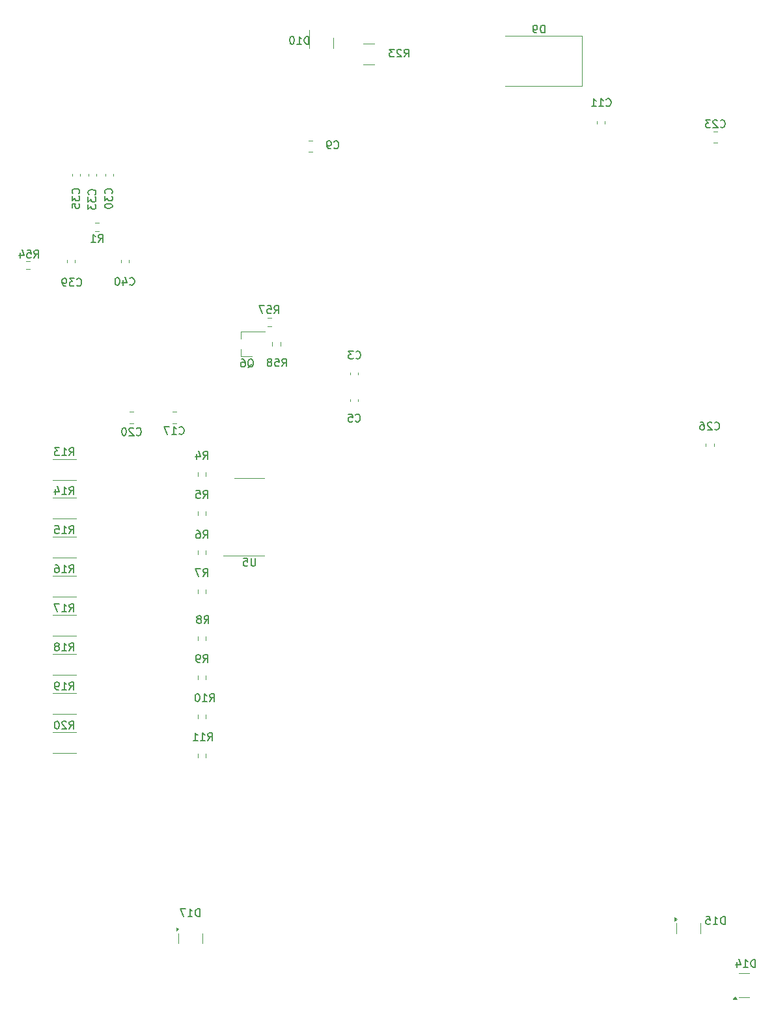
<source format=gbr>
%TF.GenerationSoftware,KiCad,Pcbnew,8.0.1*%
%TF.CreationDate,2024-04-11T20:56:08+03:00*%
%TF.ProjectId,stm32,73746d33-322e-46b6-9963-61645f706362,rev?*%
%TF.SameCoordinates,Original*%
%TF.FileFunction,Legend,Bot*%
%TF.FilePolarity,Positive*%
%FSLAX46Y46*%
G04 Gerber Fmt 4.6, Leading zero omitted, Abs format (unit mm)*
G04 Created by KiCad (PCBNEW 8.0.1) date 2024-04-11 20:56:08*
%MOMM*%
%LPD*%
G01*
G04 APERTURE LIST*
%ADD10C,0.150000*%
%ADD11C,0.120000*%
G04 APERTURE END LIST*
D10*
X94622857Y-38205580D02*
X94670476Y-38253200D01*
X94670476Y-38253200D02*
X94813333Y-38300819D01*
X94813333Y-38300819D02*
X94908571Y-38300819D01*
X94908571Y-38300819D02*
X95051428Y-38253200D01*
X95051428Y-38253200D02*
X95146666Y-38157961D01*
X95146666Y-38157961D02*
X95194285Y-38062723D01*
X95194285Y-38062723D02*
X95241904Y-37872247D01*
X95241904Y-37872247D02*
X95241904Y-37729390D01*
X95241904Y-37729390D02*
X95194285Y-37538914D01*
X95194285Y-37538914D02*
X95146666Y-37443676D01*
X95146666Y-37443676D02*
X95051428Y-37348438D01*
X95051428Y-37348438D02*
X94908571Y-37300819D01*
X94908571Y-37300819D02*
X94813333Y-37300819D01*
X94813333Y-37300819D02*
X94670476Y-37348438D01*
X94670476Y-37348438D02*
X94622857Y-37396057D01*
X93670476Y-38300819D02*
X94241904Y-38300819D01*
X93956190Y-38300819D02*
X93956190Y-37300819D01*
X93956190Y-37300819D02*
X94051428Y-37443676D01*
X94051428Y-37443676D02*
X94146666Y-37538914D01*
X94146666Y-37538914D02*
X94241904Y-37586533D01*
X92718095Y-38300819D02*
X93289523Y-38300819D01*
X93003809Y-38300819D02*
X93003809Y-37300819D01*
X93003809Y-37300819D02*
X93099047Y-37443676D01*
X93099047Y-37443676D02*
X93194285Y-37538914D01*
X93194285Y-37538914D02*
X93289523Y-37586533D01*
X42203666Y-94434819D02*
X42536999Y-93958628D01*
X42775094Y-94434819D02*
X42775094Y-93434819D01*
X42775094Y-93434819D02*
X42394142Y-93434819D01*
X42394142Y-93434819D02*
X42298904Y-93482438D01*
X42298904Y-93482438D02*
X42251285Y-93530057D01*
X42251285Y-93530057D02*
X42203666Y-93625295D01*
X42203666Y-93625295D02*
X42203666Y-93768152D01*
X42203666Y-93768152D02*
X42251285Y-93863390D01*
X42251285Y-93863390D02*
X42298904Y-93911009D01*
X42298904Y-93911009D02*
X42394142Y-93958628D01*
X42394142Y-93958628D02*
X42775094Y-93958628D01*
X41346523Y-93434819D02*
X41536999Y-93434819D01*
X41536999Y-93434819D02*
X41632237Y-93482438D01*
X41632237Y-93482438D02*
X41679856Y-93530057D01*
X41679856Y-93530057D02*
X41775094Y-93672914D01*
X41775094Y-93672914D02*
X41822713Y-93863390D01*
X41822713Y-93863390D02*
X41822713Y-94244342D01*
X41822713Y-94244342D02*
X41775094Y-94339580D01*
X41775094Y-94339580D02*
X41727475Y-94387200D01*
X41727475Y-94387200D02*
X41632237Y-94434819D01*
X41632237Y-94434819D02*
X41441761Y-94434819D01*
X41441761Y-94434819D02*
X41346523Y-94387200D01*
X41346523Y-94387200D02*
X41298904Y-94339580D01*
X41298904Y-94339580D02*
X41251285Y-94244342D01*
X41251285Y-94244342D02*
X41251285Y-94006247D01*
X41251285Y-94006247D02*
X41298904Y-93911009D01*
X41298904Y-93911009D02*
X41346523Y-93863390D01*
X41346523Y-93863390D02*
X41441761Y-93815771D01*
X41441761Y-93815771D02*
X41632237Y-93815771D01*
X41632237Y-93815771D02*
X41727475Y-93863390D01*
X41727475Y-93863390D02*
X41775094Y-93911009D01*
X41775094Y-93911009D02*
X41822713Y-94006247D01*
X20200857Y-57985819D02*
X20534190Y-57509628D01*
X20772285Y-57985819D02*
X20772285Y-56985819D01*
X20772285Y-56985819D02*
X20391333Y-56985819D01*
X20391333Y-56985819D02*
X20296095Y-57033438D01*
X20296095Y-57033438D02*
X20248476Y-57081057D01*
X20248476Y-57081057D02*
X20200857Y-57176295D01*
X20200857Y-57176295D02*
X20200857Y-57319152D01*
X20200857Y-57319152D02*
X20248476Y-57414390D01*
X20248476Y-57414390D02*
X20296095Y-57462009D01*
X20296095Y-57462009D02*
X20391333Y-57509628D01*
X20391333Y-57509628D02*
X20772285Y-57509628D01*
X19296095Y-56985819D02*
X19772285Y-56985819D01*
X19772285Y-56985819D02*
X19819904Y-57462009D01*
X19819904Y-57462009D02*
X19772285Y-57414390D01*
X19772285Y-57414390D02*
X19677047Y-57366771D01*
X19677047Y-57366771D02*
X19438952Y-57366771D01*
X19438952Y-57366771D02*
X19343714Y-57414390D01*
X19343714Y-57414390D02*
X19296095Y-57462009D01*
X19296095Y-57462009D02*
X19248476Y-57557247D01*
X19248476Y-57557247D02*
X19248476Y-57795342D01*
X19248476Y-57795342D02*
X19296095Y-57890580D01*
X19296095Y-57890580D02*
X19343714Y-57938200D01*
X19343714Y-57938200D02*
X19438952Y-57985819D01*
X19438952Y-57985819D02*
X19677047Y-57985819D01*
X19677047Y-57985819D02*
X19772285Y-57938200D01*
X19772285Y-57938200D02*
X19819904Y-57890580D01*
X18391333Y-57319152D02*
X18391333Y-57985819D01*
X18629428Y-56938200D02*
X18867523Y-57652485D01*
X18867523Y-57652485D02*
X18248476Y-57652485D01*
X68335057Y-31874619D02*
X68668390Y-31398428D01*
X68906485Y-31874619D02*
X68906485Y-30874619D01*
X68906485Y-30874619D02*
X68525533Y-30874619D01*
X68525533Y-30874619D02*
X68430295Y-30922238D01*
X68430295Y-30922238D02*
X68382676Y-30969857D01*
X68382676Y-30969857D02*
X68335057Y-31065095D01*
X68335057Y-31065095D02*
X68335057Y-31207952D01*
X68335057Y-31207952D02*
X68382676Y-31303190D01*
X68382676Y-31303190D02*
X68430295Y-31350809D01*
X68430295Y-31350809D02*
X68525533Y-31398428D01*
X68525533Y-31398428D02*
X68906485Y-31398428D01*
X67954104Y-30969857D02*
X67906485Y-30922238D01*
X67906485Y-30922238D02*
X67811247Y-30874619D01*
X67811247Y-30874619D02*
X67573152Y-30874619D01*
X67573152Y-30874619D02*
X67477914Y-30922238D01*
X67477914Y-30922238D02*
X67430295Y-30969857D01*
X67430295Y-30969857D02*
X67382676Y-31065095D01*
X67382676Y-31065095D02*
X67382676Y-31160333D01*
X67382676Y-31160333D02*
X67430295Y-31303190D01*
X67430295Y-31303190D02*
X68001723Y-31874619D01*
X68001723Y-31874619D02*
X67382676Y-31874619D01*
X67049342Y-30874619D02*
X66430295Y-30874619D01*
X66430295Y-30874619D02*
X66763628Y-31255571D01*
X66763628Y-31255571D02*
X66620771Y-31255571D01*
X66620771Y-31255571D02*
X66525533Y-31303190D01*
X66525533Y-31303190D02*
X66477914Y-31350809D01*
X66477914Y-31350809D02*
X66430295Y-31446047D01*
X66430295Y-31446047D02*
X66430295Y-31684142D01*
X66430295Y-31684142D02*
X66477914Y-31779380D01*
X66477914Y-31779380D02*
X66525533Y-31827000D01*
X66525533Y-31827000D02*
X66620771Y-31874619D01*
X66620771Y-31874619D02*
X66906485Y-31874619D01*
X66906485Y-31874619D02*
X67001723Y-31827000D01*
X67001723Y-31827000D02*
X67049342Y-31779380D01*
X26040080Y-49622642D02*
X26087700Y-49575023D01*
X26087700Y-49575023D02*
X26135319Y-49432166D01*
X26135319Y-49432166D02*
X26135319Y-49336928D01*
X26135319Y-49336928D02*
X26087700Y-49194071D01*
X26087700Y-49194071D02*
X25992461Y-49098833D01*
X25992461Y-49098833D02*
X25897223Y-49051214D01*
X25897223Y-49051214D02*
X25706747Y-49003595D01*
X25706747Y-49003595D02*
X25563890Y-49003595D01*
X25563890Y-49003595D02*
X25373414Y-49051214D01*
X25373414Y-49051214D02*
X25278176Y-49098833D01*
X25278176Y-49098833D02*
X25182938Y-49194071D01*
X25182938Y-49194071D02*
X25135319Y-49336928D01*
X25135319Y-49336928D02*
X25135319Y-49432166D01*
X25135319Y-49432166D02*
X25182938Y-49575023D01*
X25182938Y-49575023D02*
X25230557Y-49622642D01*
X25135319Y-49955976D02*
X25135319Y-50575023D01*
X25135319Y-50575023D02*
X25516271Y-50241690D01*
X25516271Y-50241690D02*
X25516271Y-50384547D01*
X25516271Y-50384547D02*
X25563890Y-50479785D01*
X25563890Y-50479785D02*
X25611509Y-50527404D01*
X25611509Y-50527404D02*
X25706747Y-50575023D01*
X25706747Y-50575023D02*
X25944842Y-50575023D01*
X25944842Y-50575023D02*
X26040080Y-50527404D01*
X26040080Y-50527404D02*
X26087700Y-50479785D01*
X26087700Y-50479785D02*
X26135319Y-50384547D01*
X26135319Y-50384547D02*
X26135319Y-50098833D01*
X26135319Y-50098833D02*
X26087700Y-50003595D01*
X26087700Y-50003595D02*
X26040080Y-49955976D01*
X25135319Y-51479785D02*
X25135319Y-51003595D01*
X25135319Y-51003595D02*
X25611509Y-50955976D01*
X25611509Y-50955976D02*
X25563890Y-51003595D01*
X25563890Y-51003595D02*
X25516271Y-51098833D01*
X25516271Y-51098833D02*
X25516271Y-51336928D01*
X25516271Y-51336928D02*
X25563890Y-51432166D01*
X25563890Y-51432166D02*
X25611509Y-51479785D01*
X25611509Y-51479785D02*
X25706747Y-51527404D01*
X25706747Y-51527404D02*
X25944842Y-51527404D01*
X25944842Y-51527404D02*
X26040080Y-51479785D01*
X26040080Y-51479785D02*
X26087700Y-51432166D01*
X26087700Y-51432166D02*
X26135319Y-51336928D01*
X26135319Y-51336928D02*
X26135319Y-51098833D01*
X26135319Y-51098833D02*
X26087700Y-51003595D01*
X26087700Y-51003595D02*
X26040080Y-50955976D01*
X33514357Y-80983080D02*
X33561976Y-81030700D01*
X33561976Y-81030700D02*
X33704833Y-81078319D01*
X33704833Y-81078319D02*
X33800071Y-81078319D01*
X33800071Y-81078319D02*
X33942928Y-81030700D01*
X33942928Y-81030700D02*
X34038166Y-80935461D01*
X34038166Y-80935461D02*
X34085785Y-80840223D01*
X34085785Y-80840223D02*
X34133404Y-80649747D01*
X34133404Y-80649747D02*
X34133404Y-80506890D01*
X34133404Y-80506890D02*
X34085785Y-80316414D01*
X34085785Y-80316414D02*
X34038166Y-80221176D01*
X34038166Y-80221176D02*
X33942928Y-80125938D01*
X33942928Y-80125938D02*
X33800071Y-80078319D01*
X33800071Y-80078319D02*
X33704833Y-80078319D01*
X33704833Y-80078319D02*
X33561976Y-80125938D01*
X33561976Y-80125938D02*
X33514357Y-80173557D01*
X33133404Y-80173557D02*
X33085785Y-80125938D01*
X33085785Y-80125938D02*
X32990547Y-80078319D01*
X32990547Y-80078319D02*
X32752452Y-80078319D01*
X32752452Y-80078319D02*
X32657214Y-80125938D01*
X32657214Y-80125938D02*
X32609595Y-80173557D01*
X32609595Y-80173557D02*
X32561976Y-80268795D01*
X32561976Y-80268795D02*
X32561976Y-80364033D01*
X32561976Y-80364033D02*
X32609595Y-80506890D01*
X32609595Y-80506890D02*
X33181023Y-81078319D01*
X33181023Y-81078319D02*
X32561976Y-81078319D01*
X31942928Y-80078319D02*
X31847690Y-80078319D01*
X31847690Y-80078319D02*
X31752452Y-80125938D01*
X31752452Y-80125938D02*
X31704833Y-80173557D01*
X31704833Y-80173557D02*
X31657214Y-80268795D01*
X31657214Y-80268795D02*
X31609595Y-80459271D01*
X31609595Y-80459271D02*
X31609595Y-80697366D01*
X31609595Y-80697366D02*
X31657214Y-80887842D01*
X31657214Y-80887842D02*
X31704833Y-80983080D01*
X31704833Y-80983080D02*
X31752452Y-81030700D01*
X31752452Y-81030700D02*
X31847690Y-81078319D01*
X31847690Y-81078319D02*
X31942928Y-81078319D01*
X31942928Y-81078319D02*
X32038166Y-81030700D01*
X32038166Y-81030700D02*
X32085785Y-80983080D01*
X32085785Y-80983080D02*
X32133404Y-80887842D01*
X32133404Y-80887842D02*
X32181023Y-80697366D01*
X32181023Y-80697366D02*
X32181023Y-80459271D01*
X32181023Y-80459271D02*
X32133404Y-80268795D01*
X32133404Y-80268795D02*
X32085785Y-80173557D01*
X32085785Y-80173557D02*
X32038166Y-80125938D01*
X32038166Y-80125938D02*
X31942928Y-80078319D01*
X42203666Y-89227819D02*
X42536999Y-88751628D01*
X42775094Y-89227819D02*
X42775094Y-88227819D01*
X42775094Y-88227819D02*
X42394142Y-88227819D01*
X42394142Y-88227819D02*
X42298904Y-88275438D01*
X42298904Y-88275438D02*
X42251285Y-88323057D01*
X42251285Y-88323057D02*
X42203666Y-88418295D01*
X42203666Y-88418295D02*
X42203666Y-88561152D01*
X42203666Y-88561152D02*
X42251285Y-88656390D01*
X42251285Y-88656390D02*
X42298904Y-88704009D01*
X42298904Y-88704009D02*
X42394142Y-88751628D01*
X42394142Y-88751628D02*
X42775094Y-88751628D01*
X41298904Y-88227819D02*
X41775094Y-88227819D01*
X41775094Y-88227819D02*
X41822713Y-88704009D01*
X41822713Y-88704009D02*
X41775094Y-88656390D01*
X41775094Y-88656390D02*
X41679856Y-88608771D01*
X41679856Y-88608771D02*
X41441761Y-88608771D01*
X41441761Y-88608771D02*
X41346523Y-88656390D01*
X41346523Y-88656390D02*
X41298904Y-88704009D01*
X41298904Y-88704009D02*
X41251285Y-88799247D01*
X41251285Y-88799247D02*
X41251285Y-89037342D01*
X41251285Y-89037342D02*
X41298904Y-89132580D01*
X41298904Y-89132580D02*
X41346523Y-89180200D01*
X41346523Y-89180200D02*
X41441761Y-89227819D01*
X41441761Y-89227819D02*
X41679856Y-89227819D01*
X41679856Y-89227819D02*
X41775094Y-89180200D01*
X41775094Y-89180200D02*
X41822713Y-89132580D01*
X24785857Y-83677819D02*
X25119190Y-83201628D01*
X25357285Y-83677819D02*
X25357285Y-82677819D01*
X25357285Y-82677819D02*
X24976333Y-82677819D01*
X24976333Y-82677819D02*
X24881095Y-82725438D01*
X24881095Y-82725438D02*
X24833476Y-82773057D01*
X24833476Y-82773057D02*
X24785857Y-82868295D01*
X24785857Y-82868295D02*
X24785857Y-83011152D01*
X24785857Y-83011152D02*
X24833476Y-83106390D01*
X24833476Y-83106390D02*
X24881095Y-83154009D01*
X24881095Y-83154009D02*
X24976333Y-83201628D01*
X24976333Y-83201628D02*
X25357285Y-83201628D01*
X23833476Y-83677819D02*
X24404904Y-83677819D01*
X24119190Y-83677819D02*
X24119190Y-82677819D01*
X24119190Y-82677819D02*
X24214428Y-82820676D01*
X24214428Y-82820676D02*
X24309666Y-82915914D01*
X24309666Y-82915914D02*
X24404904Y-82963533D01*
X23500142Y-82677819D02*
X22881095Y-82677819D01*
X22881095Y-82677819D02*
X23214428Y-83058771D01*
X23214428Y-83058771D02*
X23071571Y-83058771D01*
X23071571Y-83058771D02*
X22976333Y-83106390D01*
X22976333Y-83106390D02*
X22928714Y-83154009D01*
X22928714Y-83154009D02*
X22881095Y-83249247D01*
X22881095Y-83249247D02*
X22881095Y-83487342D01*
X22881095Y-83487342D02*
X22928714Y-83582580D01*
X22928714Y-83582580D02*
X22976333Y-83630200D01*
X22976333Y-83630200D02*
X23071571Y-83677819D01*
X23071571Y-83677819D02*
X23357285Y-83677819D01*
X23357285Y-83677819D02*
X23452523Y-83630200D01*
X23452523Y-83630200D02*
X23500142Y-83582580D01*
X42203666Y-84147819D02*
X42536999Y-83671628D01*
X42775094Y-84147819D02*
X42775094Y-83147819D01*
X42775094Y-83147819D02*
X42394142Y-83147819D01*
X42394142Y-83147819D02*
X42298904Y-83195438D01*
X42298904Y-83195438D02*
X42251285Y-83243057D01*
X42251285Y-83243057D02*
X42203666Y-83338295D01*
X42203666Y-83338295D02*
X42203666Y-83481152D01*
X42203666Y-83481152D02*
X42251285Y-83576390D01*
X42251285Y-83576390D02*
X42298904Y-83624009D01*
X42298904Y-83624009D02*
X42394142Y-83671628D01*
X42394142Y-83671628D02*
X42775094Y-83671628D01*
X41346523Y-83481152D02*
X41346523Y-84147819D01*
X41584618Y-83100200D02*
X41822713Y-83814485D01*
X41822713Y-83814485D02*
X41203666Y-83814485D01*
X24785857Y-109045819D02*
X25119190Y-108569628D01*
X25357285Y-109045819D02*
X25357285Y-108045819D01*
X25357285Y-108045819D02*
X24976333Y-108045819D01*
X24976333Y-108045819D02*
X24881095Y-108093438D01*
X24881095Y-108093438D02*
X24833476Y-108141057D01*
X24833476Y-108141057D02*
X24785857Y-108236295D01*
X24785857Y-108236295D02*
X24785857Y-108379152D01*
X24785857Y-108379152D02*
X24833476Y-108474390D01*
X24833476Y-108474390D02*
X24881095Y-108522009D01*
X24881095Y-108522009D02*
X24976333Y-108569628D01*
X24976333Y-108569628D02*
X25357285Y-108569628D01*
X23833476Y-109045819D02*
X24404904Y-109045819D01*
X24119190Y-109045819D02*
X24119190Y-108045819D01*
X24119190Y-108045819D02*
X24214428Y-108188676D01*
X24214428Y-108188676D02*
X24309666Y-108283914D01*
X24309666Y-108283914D02*
X24404904Y-108331533D01*
X23262047Y-108474390D02*
X23357285Y-108426771D01*
X23357285Y-108426771D02*
X23404904Y-108379152D01*
X23404904Y-108379152D02*
X23452523Y-108283914D01*
X23452523Y-108283914D02*
X23452523Y-108236295D01*
X23452523Y-108236295D02*
X23404904Y-108141057D01*
X23404904Y-108141057D02*
X23357285Y-108093438D01*
X23357285Y-108093438D02*
X23262047Y-108045819D01*
X23262047Y-108045819D02*
X23071571Y-108045819D01*
X23071571Y-108045819D02*
X22976333Y-108093438D01*
X22976333Y-108093438D02*
X22928714Y-108141057D01*
X22928714Y-108141057D02*
X22881095Y-108236295D01*
X22881095Y-108236295D02*
X22881095Y-108283914D01*
X22881095Y-108283914D02*
X22928714Y-108379152D01*
X22928714Y-108379152D02*
X22976333Y-108426771D01*
X22976333Y-108426771D02*
X23071571Y-108474390D01*
X23071571Y-108474390D02*
X23262047Y-108474390D01*
X23262047Y-108474390D02*
X23357285Y-108522009D01*
X23357285Y-108522009D02*
X23404904Y-108569628D01*
X23404904Y-108569628D02*
X23452523Y-108664866D01*
X23452523Y-108664866D02*
X23452523Y-108855342D01*
X23452523Y-108855342D02*
X23404904Y-108950580D01*
X23404904Y-108950580D02*
X23357285Y-108998200D01*
X23357285Y-108998200D02*
X23262047Y-109045819D01*
X23262047Y-109045819D02*
X23071571Y-109045819D01*
X23071571Y-109045819D02*
X22976333Y-108998200D01*
X22976333Y-108998200D02*
X22928714Y-108950580D01*
X22928714Y-108950580D02*
X22881095Y-108855342D01*
X22881095Y-108855342D02*
X22881095Y-108664866D01*
X22881095Y-108664866D02*
X22928714Y-108569628D01*
X22928714Y-108569628D02*
X22976333Y-108522009D01*
X22976333Y-108522009D02*
X23071571Y-108474390D01*
X30305080Y-49622642D02*
X30352700Y-49575023D01*
X30352700Y-49575023D02*
X30400319Y-49432166D01*
X30400319Y-49432166D02*
X30400319Y-49336928D01*
X30400319Y-49336928D02*
X30352700Y-49194071D01*
X30352700Y-49194071D02*
X30257461Y-49098833D01*
X30257461Y-49098833D02*
X30162223Y-49051214D01*
X30162223Y-49051214D02*
X29971747Y-49003595D01*
X29971747Y-49003595D02*
X29828890Y-49003595D01*
X29828890Y-49003595D02*
X29638414Y-49051214D01*
X29638414Y-49051214D02*
X29543176Y-49098833D01*
X29543176Y-49098833D02*
X29447938Y-49194071D01*
X29447938Y-49194071D02*
X29400319Y-49336928D01*
X29400319Y-49336928D02*
X29400319Y-49432166D01*
X29400319Y-49432166D02*
X29447938Y-49575023D01*
X29447938Y-49575023D02*
X29495557Y-49622642D01*
X29400319Y-49955976D02*
X29400319Y-50575023D01*
X29400319Y-50575023D02*
X29781271Y-50241690D01*
X29781271Y-50241690D02*
X29781271Y-50384547D01*
X29781271Y-50384547D02*
X29828890Y-50479785D01*
X29828890Y-50479785D02*
X29876509Y-50527404D01*
X29876509Y-50527404D02*
X29971747Y-50575023D01*
X29971747Y-50575023D02*
X30209842Y-50575023D01*
X30209842Y-50575023D02*
X30305080Y-50527404D01*
X30305080Y-50527404D02*
X30352700Y-50479785D01*
X30352700Y-50479785D02*
X30400319Y-50384547D01*
X30400319Y-50384547D02*
X30400319Y-50098833D01*
X30400319Y-50098833D02*
X30352700Y-50003595D01*
X30352700Y-50003595D02*
X30305080Y-49955976D01*
X29400319Y-51194071D02*
X29400319Y-51289309D01*
X29400319Y-51289309D02*
X29447938Y-51384547D01*
X29447938Y-51384547D02*
X29495557Y-51432166D01*
X29495557Y-51432166D02*
X29590795Y-51479785D01*
X29590795Y-51479785D02*
X29781271Y-51527404D01*
X29781271Y-51527404D02*
X30019366Y-51527404D01*
X30019366Y-51527404D02*
X30209842Y-51479785D01*
X30209842Y-51479785D02*
X30305080Y-51432166D01*
X30305080Y-51432166D02*
X30352700Y-51384547D01*
X30352700Y-51384547D02*
X30400319Y-51289309D01*
X30400319Y-51289309D02*
X30400319Y-51194071D01*
X30400319Y-51194071D02*
X30352700Y-51098833D01*
X30352700Y-51098833D02*
X30305080Y-51051214D01*
X30305080Y-51051214D02*
X30209842Y-51003595D01*
X30209842Y-51003595D02*
X30019366Y-50955976D01*
X30019366Y-50955976D02*
X29781271Y-50955976D01*
X29781271Y-50955976D02*
X29590795Y-51003595D01*
X29590795Y-51003595D02*
X29495557Y-51051214D01*
X29495557Y-51051214D02*
X29447938Y-51098833D01*
X29447938Y-51098833D02*
X29400319Y-51194071D01*
X24785857Y-88725819D02*
X25119190Y-88249628D01*
X25357285Y-88725819D02*
X25357285Y-87725819D01*
X25357285Y-87725819D02*
X24976333Y-87725819D01*
X24976333Y-87725819D02*
X24881095Y-87773438D01*
X24881095Y-87773438D02*
X24833476Y-87821057D01*
X24833476Y-87821057D02*
X24785857Y-87916295D01*
X24785857Y-87916295D02*
X24785857Y-88059152D01*
X24785857Y-88059152D02*
X24833476Y-88154390D01*
X24833476Y-88154390D02*
X24881095Y-88202009D01*
X24881095Y-88202009D02*
X24976333Y-88249628D01*
X24976333Y-88249628D02*
X25357285Y-88249628D01*
X23833476Y-88725819D02*
X24404904Y-88725819D01*
X24119190Y-88725819D02*
X24119190Y-87725819D01*
X24119190Y-87725819D02*
X24214428Y-87868676D01*
X24214428Y-87868676D02*
X24309666Y-87963914D01*
X24309666Y-87963914D02*
X24404904Y-88011533D01*
X22976333Y-88059152D02*
X22976333Y-88725819D01*
X23214428Y-87678200D02*
X23452523Y-88392485D01*
X23452523Y-88392485D02*
X22833476Y-88392485D01*
X24785857Y-114125819D02*
X25119190Y-113649628D01*
X25357285Y-114125819D02*
X25357285Y-113125819D01*
X25357285Y-113125819D02*
X24976333Y-113125819D01*
X24976333Y-113125819D02*
X24881095Y-113173438D01*
X24881095Y-113173438D02*
X24833476Y-113221057D01*
X24833476Y-113221057D02*
X24785857Y-113316295D01*
X24785857Y-113316295D02*
X24785857Y-113459152D01*
X24785857Y-113459152D02*
X24833476Y-113554390D01*
X24833476Y-113554390D02*
X24881095Y-113602009D01*
X24881095Y-113602009D02*
X24976333Y-113649628D01*
X24976333Y-113649628D02*
X25357285Y-113649628D01*
X23833476Y-114125819D02*
X24404904Y-114125819D01*
X24119190Y-114125819D02*
X24119190Y-113125819D01*
X24119190Y-113125819D02*
X24214428Y-113268676D01*
X24214428Y-113268676D02*
X24309666Y-113363914D01*
X24309666Y-113363914D02*
X24404904Y-113411533D01*
X23357285Y-114125819D02*
X23166809Y-114125819D01*
X23166809Y-114125819D02*
X23071571Y-114078200D01*
X23071571Y-114078200D02*
X23023952Y-114030580D01*
X23023952Y-114030580D02*
X22928714Y-113887723D01*
X22928714Y-113887723D02*
X22881095Y-113697247D01*
X22881095Y-113697247D02*
X22881095Y-113316295D01*
X22881095Y-113316295D02*
X22928714Y-113221057D01*
X22928714Y-113221057D02*
X22976333Y-113173438D01*
X22976333Y-113173438D02*
X23071571Y-113125819D01*
X23071571Y-113125819D02*
X23262047Y-113125819D01*
X23262047Y-113125819D02*
X23357285Y-113173438D01*
X23357285Y-113173438D02*
X23404904Y-113221057D01*
X23404904Y-113221057D02*
X23452523Y-113316295D01*
X23452523Y-113316295D02*
X23452523Y-113554390D01*
X23452523Y-113554390D02*
X23404904Y-113649628D01*
X23404904Y-113649628D02*
X23357285Y-113697247D01*
X23357285Y-113697247D02*
X23262047Y-113744866D01*
X23262047Y-113744866D02*
X23071571Y-113744866D01*
X23071571Y-113744866D02*
X22976333Y-113697247D01*
X22976333Y-113697247D02*
X22928714Y-113649628D01*
X22928714Y-113649628D02*
X22881095Y-113554390D01*
X110053285Y-144599819D02*
X110053285Y-143599819D01*
X110053285Y-143599819D02*
X109815190Y-143599819D01*
X109815190Y-143599819D02*
X109672333Y-143647438D01*
X109672333Y-143647438D02*
X109577095Y-143742676D01*
X109577095Y-143742676D02*
X109529476Y-143837914D01*
X109529476Y-143837914D02*
X109481857Y-144028390D01*
X109481857Y-144028390D02*
X109481857Y-144171247D01*
X109481857Y-144171247D02*
X109529476Y-144361723D01*
X109529476Y-144361723D02*
X109577095Y-144456961D01*
X109577095Y-144456961D02*
X109672333Y-144552200D01*
X109672333Y-144552200D02*
X109815190Y-144599819D01*
X109815190Y-144599819D02*
X110053285Y-144599819D01*
X108529476Y-144599819D02*
X109100904Y-144599819D01*
X108815190Y-144599819D02*
X108815190Y-143599819D01*
X108815190Y-143599819D02*
X108910428Y-143742676D01*
X108910428Y-143742676D02*
X109005666Y-143837914D01*
X109005666Y-143837914D02*
X109100904Y-143885533D01*
X107624714Y-143599819D02*
X108100904Y-143599819D01*
X108100904Y-143599819D02*
X108148523Y-144076009D01*
X108148523Y-144076009D02*
X108100904Y-144028390D01*
X108100904Y-144028390D02*
X108005666Y-143980771D01*
X108005666Y-143980771D02*
X107767571Y-143980771D01*
X107767571Y-143980771D02*
X107672333Y-144028390D01*
X107672333Y-144028390D02*
X107624714Y-144076009D01*
X107624714Y-144076009D02*
X107577095Y-144171247D01*
X107577095Y-144171247D02*
X107577095Y-144409342D01*
X107577095Y-144409342D02*
X107624714Y-144504580D01*
X107624714Y-144504580D02*
X107672333Y-144552200D01*
X107672333Y-144552200D02*
X107767571Y-144599819D01*
X107767571Y-144599819D02*
X108005666Y-144599819D01*
X108005666Y-144599819D02*
X108100904Y-144552200D01*
X108100904Y-144552200D02*
X108148523Y-144504580D01*
X108719857Y-80242580D02*
X108767476Y-80290200D01*
X108767476Y-80290200D02*
X108910333Y-80337819D01*
X108910333Y-80337819D02*
X109005571Y-80337819D01*
X109005571Y-80337819D02*
X109148428Y-80290200D01*
X109148428Y-80290200D02*
X109243666Y-80194961D01*
X109243666Y-80194961D02*
X109291285Y-80099723D01*
X109291285Y-80099723D02*
X109338904Y-79909247D01*
X109338904Y-79909247D02*
X109338904Y-79766390D01*
X109338904Y-79766390D02*
X109291285Y-79575914D01*
X109291285Y-79575914D02*
X109243666Y-79480676D01*
X109243666Y-79480676D02*
X109148428Y-79385438D01*
X109148428Y-79385438D02*
X109005571Y-79337819D01*
X109005571Y-79337819D02*
X108910333Y-79337819D01*
X108910333Y-79337819D02*
X108767476Y-79385438D01*
X108767476Y-79385438D02*
X108719857Y-79433057D01*
X108338904Y-79433057D02*
X108291285Y-79385438D01*
X108291285Y-79385438D02*
X108196047Y-79337819D01*
X108196047Y-79337819D02*
X107957952Y-79337819D01*
X107957952Y-79337819D02*
X107862714Y-79385438D01*
X107862714Y-79385438D02*
X107815095Y-79433057D01*
X107815095Y-79433057D02*
X107767476Y-79528295D01*
X107767476Y-79528295D02*
X107767476Y-79623533D01*
X107767476Y-79623533D02*
X107815095Y-79766390D01*
X107815095Y-79766390D02*
X108386523Y-80337819D01*
X108386523Y-80337819D02*
X107767476Y-80337819D01*
X106910333Y-79337819D02*
X107100809Y-79337819D01*
X107100809Y-79337819D02*
X107196047Y-79385438D01*
X107196047Y-79385438D02*
X107243666Y-79433057D01*
X107243666Y-79433057D02*
X107338904Y-79575914D01*
X107338904Y-79575914D02*
X107386523Y-79766390D01*
X107386523Y-79766390D02*
X107386523Y-80147342D01*
X107386523Y-80147342D02*
X107338904Y-80242580D01*
X107338904Y-80242580D02*
X107291285Y-80290200D01*
X107291285Y-80290200D02*
X107196047Y-80337819D01*
X107196047Y-80337819D02*
X107005571Y-80337819D01*
X107005571Y-80337819D02*
X106910333Y-80290200D01*
X106910333Y-80290200D02*
X106862714Y-80242580D01*
X106862714Y-80242580D02*
X106815095Y-80147342D01*
X106815095Y-80147342D02*
X106815095Y-79909247D01*
X106815095Y-79909247D02*
X106862714Y-79814009D01*
X106862714Y-79814009D02*
X106910333Y-79766390D01*
X106910333Y-79766390D02*
X107005571Y-79718771D01*
X107005571Y-79718771D02*
X107196047Y-79718771D01*
X107196047Y-79718771D02*
X107291285Y-79766390D01*
X107291285Y-79766390D02*
X107338904Y-79814009D01*
X107338904Y-79814009D02*
X107386523Y-79909247D01*
X43060857Y-115643819D02*
X43394190Y-115167628D01*
X43632285Y-115643819D02*
X43632285Y-114643819D01*
X43632285Y-114643819D02*
X43251333Y-114643819D01*
X43251333Y-114643819D02*
X43156095Y-114691438D01*
X43156095Y-114691438D02*
X43108476Y-114739057D01*
X43108476Y-114739057D02*
X43060857Y-114834295D01*
X43060857Y-114834295D02*
X43060857Y-114977152D01*
X43060857Y-114977152D02*
X43108476Y-115072390D01*
X43108476Y-115072390D02*
X43156095Y-115120009D01*
X43156095Y-115120009D02*
X43251333Y-115167628D01*
X43251333Y-115167628D02*
X43632285Y-115167628D01*
X42108476Y-115643819D02*
X42679904Y-115643819D01*
X42394190Y-115643819D02*
X42394190Y-114643819D01*
X42394190Y-114643819D02*
X42489428Y-114786676D01*
X42489428Y-114786676D02*
X42584666Y-114881914D01*
X42584666Y-114881914D02*
X42679904Y-114929533D01*
X41489428Y-114643819D02*
X41394190Y-114643819D01*
X41394190Y-114643819D02*
X41298952Y-114691438D01*
X41298952Y-114691438D02*
X41251333Y-114739057D01*
X41251333Y-114739057D02*
X41203714Y-114834295D01*
X41203714Y-114834295D02*
X41156095Y-115024771D01*
X41156095Y-115024771D02*
X41156095Y-115262866D01*
X41156095Y-115262866D02*
X41203714Y-115453342D01*
X41203714Y-115453342D02*
X41251333Y-115548580D01*
X41251333Y-115548580D02*
X41298952Y-115596200D01*
X41298952Y-115596200D02*
X41394190Y-115643819D01*
X41394190Y-115643819D02*
X41489428Y-115643819D01*
X41489428Y-115643819D02*
X41584666Y-115596200D01*
X41584666Y-115596200D02*
X41632285Y-115548580D01*
X41632285Y-115548580D02*
X41679904Y-115453342D01*
X41679904Y-115453342D02*
X41727523Y-115262866D01*
X41727523Y-115262866D02*
X41727523Y-115024771D01*
X41727523Y-115024771D02*
X41679904Y-114834295D01*
X41679904Y-114834295D02*
X41632285Y-114739057D01*
X41632285Y-114739057D02*
X41584666Y-114691438D01*
X41584666Y-114691438D02*
X41489428Y-114643819D01*
X52453057Y-72084719D02*
X52786390Y-71608528D01*
X53024485Y-72084719D02*
X53024485Y-71084719D01*
X53024485Y-71084719D02*
X52643533Y-71084719D01*
X52643533Y-71084719D02*
X52548295Y-71132338D01*
X52548295Y-71132338D02*
X52500676Y-71179957D01*
X52500676Y-71179957D02*
X52453057Y-71275195D01*
X52453057Y-71275195D02*
X52453057Y-71418052D01*
X52453057Y-71418052D02*
X52500676Y-71513290D01*
X52500676Y-71513290D02*
X52548295Y-71560909D01*
X52548295Y-71560909D02*
X52643533Y-71608528D01*
X52643533Y-71608528D02*
X53024485Y-71608528D01*
X51548295Y-71084719D02*
X52024485Y-71084719D01*
X52024485Y-71084719D02*
X52072104Y-71560909D01*
X52072104Y-71560909D02*
X52024485Y-71513290D01*
X52024485Y-71513290D02*
X51929247Y-71465671D01*
X51929247Y-71465671D02*
X51691152Y-71465671D01*
X51691152Y-71465671D02*
X51595914Y-71513290D01*
X51595914Y-71513290D02*
X51548295Y-71560909D01*
X51548295Y-71560909D02*
X51500676Y-71656147D01*
X51500676Y-71656147D02*
X51500676Y-71894242D01*
X51500676Y-71894242D02*
X51548295Y-71989480D01*
X51548295Y-71989480D02*
X51595914Y-72037100D01*
X51595914Y-72037100D02*
X51691152Y-72084719D01*
X51691152Y-72084719D02*
X51929247Y-72084719D01*
X51929247Y-72084719D02*
X52024485Y-72037100D01*
X52024485Y-72037100D02*
X52072104Y-71989480D01*
X50929247Y-71513290D02*
X51024485Y-71465671D01*
X51024485Y-71465671D02*
X51072104Y-71418052D01*
X51072104Y-71418052D02*
X51119723Y-71322814D01*
X51119723Y-71322814D02*
X51119723Y-71275195D01*
X51119723Y-71275195D02*
X51072104Y-71179957D01*
X51072104Y-71179957D02*
X51024485Y-71132338D01*
X51024485Y-71132338D02*
X50929247Y-71084719D01*
X50929247Y-71084719D02*
X50738771Y-71084719D01*
X50738771Y-71084719D02*
X50643533Y-71132338D01*
X50643533Y-71132338D02*
X50595914Y-71179957D01*
X50595914Y-71179957D02*
X50548295Y-71275195D01*
X50548295Y-71275195D02*
X50548295Y-71322814D01*
X50548295Y-71322814D02*
X50595914Y-71418052D01*
X50595914Y-71418052D02*
X50643533Y-71465671D01*
X50643533Y-71465671D02*
X50738771Y-71513290D01*
X50738771Y-71513290D02*
X50929247Y-71513290D01*
X50929247Y-71513290D02*
X51024485Y-71560909D01*
X51024485Y-71560909D02*
X51072104Y-71608528D01*
X51072104Y-71608528D02*
X51119723Y-71703766D01*
X51119723Y-71703766D02*
X51119723Y-71894242D01*
X51119723Y-71894242D02*
X51072104Y-71989480D01*
X51072104Y-71989480D02*
X51024485Y-72037100D01*
X51024485Y-72037100D02*
X50929247Y-72084719D01*
X50929247Y-72084719D02*
X50738771Y-72084719D01*
X50738771Y-72084719D02*
X50643533Y-72037100D01*
X50643533Y-72037100D02*
X50595914Y-71989480D01*
X50595914Y-71989480D02*
X50548295Y-71894242D01*
X50548295Y-71894242D02*
X50548295Y-71703766D01*
X50548295Y-71703766D02*
X50595914Y-71608528D01*
X50595914Y-71608528D02*
X50643533Y-71560909D01*
X50643533Y-71560909D02*
X50738771Y-71513290D01*
X62066466Y-71022380D02*
X62114085Y-71070000D01*
X62114085Y-71070000D02*
X62256942Y-71117619D01*
X62256942Y-71117619D02*
X62352180Y-71117619D01*
X62352180Y-71117619D02*
X62495037Y-71070000D01*
X62495037Y-71070000D02*
X62590275Y-70974761D01*
X62590275Y-70974761D02*
X62637894Y-70879523D01*
X62637894Y-70879523D02*
X62685513Y-70689047D01*
X62685513Y-70689047D02*
X62685513Y-70546190D01*
X62685513Y-70546190D02*
X62637894Y-70355714D01*
X62637894Y-70355714D02*
X62590275Y-70260476D01*
X62590275Y-70260476D02*
X62495037Y-70165238D01*
X62495037Y-70165238D02*
X62352180Y-70117619D01*
X62352180Y-70117619D02*
X62256942Y-70117619D01*
X62256942Y-70117619D02*
X62114085Y-70165238D01*
X62114085Y-70165238D02*
X62066466Y-70212857D01*
X61733132Y-70117619D02*
X61114085Y-70117619D01*
X61114085Y-70117619D02*
X61447418Y-70498571D01*
X61447418Y-70498571D02*
X61304561Y-70498571D01*
X61304561Y-70498571D02*
X61209323Y-70546190D01*
X61209323Y-70546190D02*
X61161704Y-70593809D01*
X61161704Y-70593809D02*
X61114085Y-70689047D01*
X61114085Y-70689047D02*
X61114085Y-70927142D01*
X61114085Y-70927142D02*
X61161704Y-71022380D01*
X61161704Y-71022380D02*
X61209323Y-71070000D01*
X61209323Y-71070000D02*
X61304561Y-71117619D01*
X61304561Y-71117619D02*
X61590275Y-71117619D01*
X61590275Y-71117619D02*
X61685513Y-71070000D01*
X61685513Y-71070000D02*
X61733132Y-71022380D01*
X24785857Y-98885819D02*
X25119190Y-98409628D01*
X25357285Y-98885819D02*
X25357285Y-97885819D01*
X25357285Y-97885819D02*
X24976333Y-97885819D01*
X24976333Y-97885819D02*
X24881095Y-97933438D01*
X24881095Y-97933438D02*
X24833476Y-97981057D01*
X24833476Y-97981057D02*
X24785857Y-98076295D01*
X24785857Y-98076295D02*
X24785857Y-98219152D01*
X24785857Y-98219152D02*
X24833476Y-98314390D01*
X24833476Y-98314390D02*
X24881095Y-98362009D01*
X24881095Y-98362009D02*
X24976333Y-98409628D01*
X24976333Y-98409628D02*
X25357285Y-98409628D01*
X23833476Y-98885819D02*
X24404904Y-98885819D01*
X24119190Y-98885819D02*
X24119190Y-97885819D01*
X24119190Y-97885819D02*
X24214428Y-98028676D01*
X24214428Y-98028676D02*
X24309666Y-98123914D01*
X24309666Y-98123914D02*
X24404904Y-98171533D01*
X22976333Y-97885819D02*
X23166809Y-97885819D01*
X23166809Y-97885819D02*
X23262047Y-97933438D01*
X23262047Y-97933438D02*
X23309666Y-97981057D01*
X23309666Y-97981057D02*
X23404904Y-98123914D01*
X23404904Y-98123914D02*
X23452523Y-98314390D01*
X23452523Y-98314390D02*
X23452523Y-98695342D01*
X23452523Y-98695342D02*
X23404904Y-98790580D01*
X23404904Y-98790580D02*
X23357285Y-98838200D01*
X23357285Y-98838200D02*
X23262047Y-98885819D01*
X23262047Y-98885819D02*
X23071571Y-98885819D01*
X23071571Y-98885819D02*
X22976333Y-98838200D01*
X22976333Y-98838200D02*
X22928714Y-98790580D01*
X22928714Y-98790580D02*
X22881095Y-98695342D01*
X22881095Y-98695342D02*
X22881095Y-98457247D01*
X22881095Y-98457247D02*
X22928714Y-98362009D01*
X22928714Y-98362009D02*
X22976333Y-98314390D01*
X22976333Y-98314390D02*
X23071571Y-98266771D01*
X23071571Y-98266771D02*
X23262047Y-98266771D01*
X23262047Y-98266771D02*
X23357285Y-98314390D01*
X23357285Y-98314390D02*
X23404904Y-98362009D01*
X23404904Y-98362009D02*
X23452523Y-98457247D01*
X47993838Y-72258057D02*
X48089076Y-72210438D01*
X48089076Y-72210438D02*
X48184314Y-72115200D01*
X48184314Y-72115200D02*
X48327171Y-71972342D01*
X48327171Y-71972342D02*
X48422409Y-71924723D01*
X48422409Y-71924723D02*
X48517647Y-71924723D01*
X48470028Y-72162819D02*
X48565266Y-72115200D01*
X48565266Y-72115200D02*
X48660504Y-72019961D01*
X48660504Y-72019961D02*
X48708123Y-71829485D01*
X48708123Y-71829485D02*
X48708123Y-71496152D01*
X48708123Y-71496152D02*
X48660504Y-71305676D01*
X48660504Y-71305676D02*
X48565266Y-71210438D01*
X48565266Y-71210438D02*
X48470028Y-71162819D01*
X48470028Y-71162819D02*
X48279552Y-71162819D01*
X48279552Y-71162819D02*
X48184314Y-71210438D01*
X48184314Y-71210438D02*
X48089076Y-71305676D01*
X48089076Y-71305676D02*
X48041457Y-71496152D01*
X48041457Y-71496152D02*
X48041457Y-71829485D01*
X48041457Y-71829485D02*
X48089076Y-72019961D01*
X48089076Y-72019961D02*
X48184314Y-72115200D01*
X48184314Y-72115200D02*
X48279552Y-72162819D01*
X48279552Y-72162819D02*
X48470028Y-72162819D01*
X47184314Y-71162819D02*
X47374790Y-71162819D01*
X47374790Y-71162819D02*
X47470028Y-71210438D01*
X47470028Y-71210438D02*
X47517647Y-71258057D01*
X47517647Y-71258057D02*
X47612885Y-71400914D01*
X47612885Y-71400914D02*
X47660504Y-71591390D01*
X47660504Y-71591390D02*
X47660504Y-71972342D01*
X47660504Y-71972342D02*
X47612885Y-72067580D01*
X47612885Y-72067580D02*
X47565266Y-72115200D01*
X47565266Y-72115200D02*
X47470028Y-72162819D01*
X47470028Y-72162819D02*
X47279552Y-72162819D01*
X47279552Y-72162819D02*
X47184314Y-72115200D01*
X47184314Y-72115200D02*
X47136695Y-72067580D01*
X47136695Y-72067580D02*
X47089076Y-71972342D01*
X47089076Y-71972342D02*
X47089076Y-71734247D01*
X47089076Y-71734247D02*
X47136695Y-71639009D01*
X47136695Y-71639009D02*
X47184314Y-71591390D01*
X47184314Y-71591390D02*
X47279552Y-71543771D01*
X47279552Y-71543771D02*
X47470028Y-71543771D01*
X47470028Y-71543771D02*
X47565266Y-71591390D01*
X47565266Y-71591390D02*
X47612885Y-71639009D01*
X47612885Y-71639009D02*
X47660504Y-71734247D01*
X24785857Y-93805819D02*
X25119190Y-93329628D01*
X25357285Y-93805819D02*
X25357285Y-92805819D01*
X25357285Y-92805819D02*
X24976333Y-92805819D01*
X24976333Y-92805819D02*
X24881095Y-92853438D01*
X24881095Y-92853438D02*
X24833476Y-92901057D01*
X24833476Y-92901057D02*
X24785857Y-92996295D01*
X24785857Y-92996295D02*
X24785857Y-93139152D01*
X24785857Y-93139152D02*
X24833476Y-93234390D01*
X24833476Y-93234390D02*
X24881095Y-93282009D01*
X24881095Y-93282009D02*
X24976333Y-93329628D01*
X24976333Y-93329628D02*
X25357285Y-93329628D01*
X23833476Y-93805819D02*
X24404904Y-93805819D01*
X24119190Y-93805819D02*
X24119190Y-92805819D01*
X24119190Y-92805819D02*
X24214428Y-92948676D01*
X24214428Y-92948676D02*
X24309666Y-93043914D01*
X24309666Y-93043914D02*
X24404904Y-93091533D01*
X22928714Y-92805819D02*
X23404904Y-92805819D01*
X23404904Y-92805819D02*
X23452523Y-93282009D01*
X23452523Y-93282009D02*
X23404904Y-93234390D01*
X23404904Y-93234390D02*
X23309666Y-93186771D01*
X23309666Y-93186771D02*
X23071571Y-93186771D01*
X23071571Y-93186771D02*
X22976333Y-93234390D01*
X22976333Y-93234390D02*
X22928714Y-93282009D01*
X22928714Y-93282009D02*
X22881095Y-93377247D01*
X22881095Y-93377247D02*
X22881095Y-93615342D01*
X22881095Y-93615342D02*
X22928714Y-93710580D01*
X22928714Y-93710580D02*
X22976333Y-93758200D01*
X22976333Y-93758200D02*
X23071571Y-93805819D01*
X23071571Y-93805819D02*
X23309666Y-93805819D01*
X23309666Y-93805819D02*
X23404904Y-93758200D01*
X23404904Y-93758200D02*
X23452523Y-93710580D01*
X86615094Y-28739819D02*
X86615094Y-27739819D01*
X86615094Y-27739819D02*
X86376999Y-27739819D01*
X86376999Y-27739819D02*
X86234142Y-27787438D01*
X86234142Y-27787438D02*
X86138904Y-27882676D01*
X86138904Y-27882676D02*
X86091285Y-27977914D01*
X86091285Y-27977914D02*
X86043666Y-28168390D01*
X86043666Y-28168390D02*
X86043666Y-28311247D01*
X86043666Y-28311247D02*
X86091285Y-28501723D01*
X86091285Y-28501723D02*
X86138904Y-28596961D01*
X86138904Y-28596961D02*
X86234142Y-28692200D01*
X86234142Y-28692200D02*
X86376999Y-28739819D01*
X86376999Y-28739819D02*
X86615094Y-28739819D01*
X85567475Y-28739819D02*
X85376999Y-28739819D01*
X85376999Y-28739819D02*
X85281761Y-28692200D01*
X85281761Y-28692200D02*
X85234142Y-28644580D01*
X85234142Y-28644580D02*
X85138904Y-28501723D01*
X85138904Y-28501723D02*
X85091285Y-28311247D01*
X85091285Y-28311247D02*
X85091285Y-27930295D01*
X85091285Y-27930295D02*
X85138904Y-27835057D01*
X85138904Y-27835057D02*
X85186523Y-27787438D01*
X85186523Y-27787438D02*
X85281761Y-27739819D01*
X85281761Y-27739819D02*
X85472237Y-27739819D01*
X85472237Y-27739819D02*
X85567475Y-27787438D01*
X85567475Y-27787438D02*
X85615094Y-27835057D01*
X85615094Y-27835057D02*
X85662713Y-27930295D01*
X85662713Y-27930295D02*
X85662713Y-28168390D01*
X85662713Y-28168390D02*
X85615094Y-28263628D01*
X85615094Y-28263628D02*
X85567475Y-28311247D01*
X85567475Y-28311247D02*
X85472237Y-28358866D01*
X85472237Y-28358866D02*
X85281761Y-28358866D01*
X85281761Y-28358866D02*
X85186523Y-28311247D01*
X85186523Y-28311247D02*
X85138904Y-28263628D01*
X85138904Y-28263628D02*
X85091285Y-28168390D01*
X48986904Y-97029819D02*
X48986904Y-97839342D01*
X48986904Y-97839342D02*
X48939285Y-97934580D01*
X48939285Y-97934580D02*
X48891666Y-97982200D01*
X48891666Y-97982200D02*
X48796428Y-98029819D01*
X48796428Y-98029819D02*
X48605952Y-98029819D01*
X48605952Y-98029819D02*
X48510714Y-97982200D01*
X48510714Y-97982200D02*
X48463095Y-97934580D01*
X48463095Y-97934580D02*
X48415476Y-97839342D01*
X48415476Y-97839342D02*
X48415476Y-97029819D01*
X47463095Y-97029819D02*
X47939285Y-97029819D01*
X47939285Y-97029819D02*
X47986904Y-97506009D01*
X47986904Y-97506009D02*
X47939285Y-97458390D01*
X47939285Y-97458390D02*
X47844047Y-97410771D01*
X47844047Y-97410771D02*
X47605952Y-97410771D01*
X47605952Y-97410771D02*
X47510714Y-97458390D01*
X47510714Y-97458390D02*
X47463095Y-97506009D01*
X47463095Y-97506009D02*
X47415476Y-97601247D01*
X47415476Y-97601247D02*
X47415476Y-97839342D01*
X47415476Y-97839342D02*
X47463095Y-97934580D01*
X47463095Y-97934580D02*
X47510714Y-97982200D01*
X47510714Y-97982200D02*
X47605952Y-98029819D01*
X47605952Y-98029819D02*
X47844047Y-98029819D01*
X47844047Y-98029819D02*
X47939285Y-97982200D01*
X47939285Y-97982200D02*
X47986904Y-97934580D01*
X42203666Y-110563819D02*
X42536999Y-110087628D01*
X42775094Y-110563819D02*
X42775094Y-109563819D01*
X42775094Y-109563819D02*
X42394142Y-109563819D01*
X42394142Y-109563819D02*
X42298904Y-109611438D01*
X42298904Y-109611438D02*
X42251285Y-109659057D01*
X42251285Y-109659057D02*
X42203666Y-109754295D01*
X42203666Y-109754295D02*
X42203666Y-109897152D01*
X42203666Y-109897152D02*
X42251285Y-109992390D01*
X42251285Y-109992390D02*
X42298904Y-110040009D01*
X42298904Y-110040009D02*
X42394142Y-110087628D01*
X42394142Y-110087628D02*
X42775094Y-110087628D01*
X41727475Y-110563819D02*
X41536999Y-110563819D01*
X41536999Y-110563819D02*
X41441761Y-110516200D01*
X41441761Y-110516200D02*
X41394142Y-110468580D01*
X41394142Y-110468580D02*
X41298904Y-110325723D01*
X41298904Y-110325723D02*
X41251285Y-110135247D01*
X41251285Y-110135247D02*
X41251285Y-109754295D01*
X41251285Y-109754295D02*
X41298904Y-109659057D01*
X41298904Y-109659057D02*
X41346523Y-109611438D01*
X41346523Y-109611438D02*
X41441761Y-109563819D01*
X41441761Y-109563819D02*
X41632237Y-109563819D01*
X41632237Y-109563819D02*
X41727475Y-109611438D01*
X41727475Y-109611438D02*
X41775094Y-109659057D01*
X41775094Y-109659057D02*
X41822713Y-109754295D01*
X41822713Y-109754295D02*
X41822713Y-109992390D01*
X41822713Y-109992390D02*
X41775094Y-110087628D01*
X41775094Y-110087628D02*
X41727475Y-110135247D01*
X41727475Y-110135247D02*
X41632237Y-110182866D01*
X41632237Y-110182866D02*
X41441761Y-110182866D01*
X41441761Y-110182866D02*
X41346523Y-110135247D01*
X41346523Y-110135247D02*
X41298904Y-110087628D01*
X41298904Y-110087628D02*
X41251285Y-109992390D01*
X28146080Y-49749642D02*
X28193700Y-49702023D01*
X28193700Y-49702023D02*
X28241319Y-49559166D01*
X28241319Y-49559166D02*
X28241319Y-49463928D01*
X28241319Y-49463928D02*
X28193700Y-49321071D01*
X28193700Y-49321071D02*
X28098461Y-49225833D01*
X28098461Y-49225833D02*
X28003223Y-49178214D01*
X28003223Y-49178214D02*
X27812747Y-49130595D01*
X27812747Y-49130595D02*
X27669890Y-49130595D01*
X27669890Y-49130595D02*
X27479414Y-49178214D01*
X27479414Y-49178214D02*
X27384176Y-49225833D01*
X27384176Y-49225833D02*
X27288938Y-49321071D01*
X27288938Y-49321071D02*
X27241319Y-49463928D01*
X27241319Y-49463928D02*
X27241319Y-49559166D01*
X27241319Y-49559166D02*
X27288938Y-49702023D01*
X27288938Y-49702023D02*
X27336557Y-49749642D01*
X27241319Y-50082976D02*
X27241319Y-50702023D01*
X27241319Y-50702023D02*
X27622271Y-50368690D01*
X27622271Y-50368690D02*
X27622271Y-50511547D01*
X27622271Y-50511547D02*
X27669890Y-50606785D01*
X27669890Y-50606785D02*
X27717509Y-50654404D01*
X27717509Y-50654404D02*
X27812747Y-50702023D01*
X27812747Y-50702023D02*
X28050842Y-50702023D01*
X28050842Y-50702023D02*
X28146080Y-50654404D01*
X28146080Y-50654404D02*
X28193700Y-50606785D01*
X28193700Y-50606785D02*
X28241319Y-50511547D01*
X28241319Y-50511547D02*
X28241319Y-50225833D01*
X28241319Y-50225833D02*
X28193700Y-50130595D01*
X28193700Y-50130595D02*
X28146080Y-50082976D01*
X27241319Y-51035357D02*
X27241319Y-51654404D01*
X27241319Y-51654404D02*
X27622271Y-51321071D01*
X27622271Y-51321071D02*
X27622271Y-51463928D01*
X27622271Y-51463928D02*
X27669890Y-51559166D01*
X27669890Y-51559166D02*
X27717509Y-51606785D01*
X27717509Y-51606785D02*
X27812747Y-51654404D01*
X27812747Y-51654404D02*
X28050842Y-51654404D01*
X28050842Y-51654404D02*
X28146080Y-51606785D01*
X28146080Y-51606785D02*
X28193700Y-51559166D01*
X28193700Y-51559166D02*
X28241319Y-51463928D01*
X28241319Y-51463928D02*
X28241319Y-51178214D01*
X28241319Y-51178214D02*
X28193700Y-51082976D01*
X28193700Y-51082976D02*
X28146080Y-51035357D01*
X39090457Y-80835694D02*
X39138076Y-80883314D01*
X39138076Y-80883314D02*
X39280933Y-80930933D01*
X39280933Y-80930933D02*
X39376171Y-80930933D01*
X39376171Y-80930933D02*
X39519028Y-80883314D01*
X39519028Y-80883314D02*
X39614266Y-80788075D01*
X39614266Y-80788075D02*
X39661885Y-80692837D01*
X39661885Y-80692837D02*
X39709504Y-80502361D01*
X39709504Y-80502361D02*
X39709504Y-80359504D01*
X39709504Y-80359504D02*
X39661885Y-80169028D01*
X39661885Y-80169028D02*
X39614266Y-80073790D01*
X39614266Y-80073790D02*
X39519028Y-79978552D01*
X39519028Y-79978552D02*
X39376171Y-79930933D01*
X39376171Y-79930933D02*
X39280933Y-79930933D01*
X39280933Y-79930933D02*
X39138076Y-79978552D01*
X39138076Y-79978552D02*
X39090457Y-80026171D01*
X38138076Y-80930933D02*
X38709504Y-80930933D01*
X38423790Y-80930933D02*
X38423790Y-79930933D01*
X38423790Y-79930933D02*
X38519028Y-80073790D01*
X38519028Y-80073790D02*
X38614266Y-80169028D01*
X38614266Y-80169028D02*
X38709504Y-80216647D01*
X37804742Y-79930933D02*
X37138076Y-79930933D01*
X37138076Y-79930933D02*
X37566647Y-80930933D01*
X59221667Y-43709578D02*
X59269286Y-43757198D01*
X59269286Y-43757198D02*
X59412143Y-43804817D01*
X59412143Y-43804817D02*
X59507381Y-43804817D01*
X59507381Y-43804817D02*
X59650238Y-43757198D01*
X59650238Y-43757198D02*
X59745476Y-43661959D01*
X59745476Y-43661959D02*
X59793095Y-43566721D01*
X59793095Y-43566721D02*
X59840714Y-43376245D01*
X59840714Y-43376245D02*
X59840714Y-43233388D01*
X59840714Y-43233388D02*
X59793095Y-43042912D01*
X59793095Y-43042912D02*
X59745476Y-42947674D01*
X59745476Y-42947674D02*
X59650238Y-42852436D01*
X59650238Y-42852436D02*
X59507381Y-42804817D01*
X59507381Y-42804817D02*
X59412143Y-42804817D01*
X59412143Y-42804817D02*
X59269286Y-42852436D01*
X59269286Y-42852436D02*
X59221667Y-42900055D01*
X58745476Y-43804817D02*
X58555000Y-43804817D01*
X58555000Y-43804817D02*
X58459762Y-43757198D01*
X58459762Y-43757198D02*
X58412143Y-43709578D01*
X58412143Y-43709578D02*
X58316905Y-43566721D01*
X58316905Y-43566721D02*
X58269286Y-43376245D01*
X58269286Y-43376245D02*
X58269286Y-42995293D01*
X58269286Y-42995293D02*
X58316905Y-42900055D01*
X58316905Y-42900055D02*
X58364524Y-42852436D01*
X58364524Y-42852436D02*
X58459762Y-42804817D01*
X58459762Y-42804817D02*
X58650238Y-42804817D01*
X58650238Y-42804817D02*
X58745476Y-42852436D01*
X58745476Y-42852436D02*
X58793095Y-42900055D01*
X58793095Y-42900055D02*
X58840714Y-42995293D01*
X58840714Y-42995293D02*
X58840714Y-43233388D01*
X58840714Y-43233388D02*
X58793095Y-43328626D01*
X58793095Y-43328626D02*
X58745476Y-43376245D01*
X58745476Y-43376245D02*
X58650238Y-43423864D01*
X58650238Y-43423864D02*
X58459762Y-43423864D01*
X58459762Y-43423864D02*
X58364524Y-43376245D01*
X58364524Y-43376245D02*
X58316905Y-43328626D01*
X58316905Y-43328626D02*
X58269286Y-43233388D01*
X113990285Y-150187819D02*
X113990285Y-149187819D01*
X113990285Y-149187819D02*
X113752190Y-149187819D01*
X113752190Y-149187819D02*
X113609333Y-149235438D01*
X113609333Y-149235438D02*
X113514095Y-149330676D01*
X113514095Y-149330676D02*
X113466476Y-149425914D01*
X113466476Y-149425914D02*
X113418857Y-149616390D01*
X113418857Y-149616390D02*
X113418857Y-149759247D01*
X113418857Y-149759247D02*
X113466476Y-149949723D01*
X113466476Y-149949723D02*
X113514095Y-150044961D01*
X113514095Y-150044961D02*
X113609333Y-150140200D01*
X113609333Y-150140200D02*
X113752190Y-150187819D01*
X113752190Y-150187819D02*
X113990285Y-150187819D01*
X112466476Y-150187819D02*
X113037904Y-150187819D01*
X112752190Y-150187819D02*
X112752190Y-149187819D01*
X112752190Y-149187819D02*
X112847428Y-149330676D01*
X112847428Y-149330676D02*
X112942666Y-149425914D01*
X112942666Y-149425914D02*
X113037904Y-149473533D01*
X111609333Y-149521152D02*
X111609333Y-150187819D01*
X111847428Y-149140200D02*
X112085523Y-149854485D01*
X112085523Y-149854485D02*
X111466476Y-149854485D01*
X24785857Y-119205819D02*
X25119190Y-118729628D01*
X25357285Y-119205819D02*
X25357285Y-118205819D01*
X25357285Y-118205819D02*
X24976333Y-118205819D01*
X24976333Y-118205819D02*
X24881095Y-118253438D01*
X24881095Y-118253438D02*
X24833476Y-118301057D01*
X24833476Y-118301057D02*
X24785857Y-118396295D01*
X24785857Y-118396295D02*
X24785857Y-118539152D01*
X24785857Y-118539152D02*
X24833476Y-118634390D01*
X24833476Y-118634390D02*
X24881095Y-118682009D01*
X24881095Y-118682009D02*
X24976333Y-118729628D01*
X24976333Y-118729628D02*
X25357285Y-118729628D01*
X24404904Y-118301057D02*
X24357285Y-118253438D01*
X24357285Y-118253438D02*
X24262047Y-118205819D01*
X24262047Y-118205819D02*
X24023952Y-118205819D01*
X24023952Y-118205819D02*
X23928714Y-118253438D01*
X23928714Y-118253438D02*
X23881095Y-118301057D01*
X23881095Y-118301057D02*
X23833476Y-118396295D01*
X23833476Y-118396295D02*
X23833476Y-118491533D01*
X23833476Y-118491533D02*
X23881095Y-118634390D01*
X23881095Y-118634390D02*
X24452523Y-119205819D01*
X24452523Y-119205819D02*
X23833476Y-119205819D01*
X23214428Y-118205819D02*
X23119190Y-118205819D01*
X23119190Y-118205819D02*
X23023952Y-118253438D01*
X23023952Y-118253438D02*
X22976333Y-118301057D01*
X22976333Y-118301057D02*
X22928714Y-118396295D01*
X22928714Y-118396295D02*
X22881095Y-118586771D01*
X22881095Y-118586771D02*
X22881095Y-118824866D01*
X22881095Y-118824866D02*
X22928714Y-119015342D01*
X22928714Y-119015342D02*
X22976333Y-119110580D01*
X22976333Y-119110580D02*
X23023952Y-119158200D01*
X23023952Y-119158200D02*
X23119190Y-119205819D01*
X23119190Y-119205819D02*
X23214428Y-119205819D01*
X23214428Y-119205819D02*
X23309666Y-119158200D01*
X23309666Y-119158200D02*
X23357285Y-119110580D01*
X23357285Y-119110580D02*
X23404904Y-119015342D01*
X23404904Y-119015342D02*
X23452523Y-118824866D01*
X23452523Y-118824866D02*
X23452523Y-118586771D01*
X23452523Y-118586771D02*
X23404904Y-118396295D01*
X23404904Y-118396295D02*
X23357285Y-118301057D01*
X23357285Y-118301057D02*
X23309666Y-118253438D01*
X23309666Y-118253438D02*
X23214428Y-118205819D01*
X28591167Y-55930318D02*
X28924500Y-55454127D01*
X29162595Y-55930318D02*
X29162595Y-54930318D01*
X29162595Y-54930318D02*
X28781643Y-54930318D01*
X28781643Y-54930318D02*
X28686405Y-54977937D01*
X28686405Y-54977937D02*
X28638786Y-55025556D01*
X28638786Y-55025556D02*
X28591167Y-55120794D01*
X28591167Y-55120794D02*
X28591167Y-55263651D01*
X28591167Y-55263651D02*
X28638786Y-55358889D01*
X28638786Y-55358889D02*
X28686405Y-55406508D01*
X28686405Y-55406508D02*
X28781643Y-55454127D01*
X28781643Y-55454127D02*
X29162595Y-55454127D01*
X27638786Y-55930318D02*
X28210214Y-55930318D01*
X27924500Y-55930318D02*
X27924500Y-54930318D01*
X27924500Y-54930318D02*
X28019738Y-55073175D01*
X28019738Y-55073175D02*
X28114976Y-55168413D01*
X28114976Y-55168413D02*
X28210214Y-55216032D01*
X109460357Y-40970580D02*
X109507976Y-41018200D01*
X109507976Y-41018200D02*
X109650833Y-41065819D01*
X109650833Y-41065819D02*
X109746071Y-41065819D01*
X109746071Y-41065819D02*
X109888928Y-41018200D01*
X109888928Y-41018200D02*
X109984166Y-40922961D01*
X109984166Y-40922961D02*
X110031785Y-40827723D01*
X110031785Y-40827723D02*
X110079404Y-40637247D01*
X110079404Y-40637247D02*
X110079404Y-40494390D01*
X110079404Y-40494390D02*
X110031785Y-40303914D01*
X110031785Y-40303914D02*
X109984166Y-40208676D01*
X109984166Y-40208676D02*
X109888928Y-40113438D01*
X109888928Y-40113438D02*
X109746071Y-40065819D01*
X109746071Y-40065819D02*
X109650833Y-40065819D01*
X109650833Y-40065819D02*
X109507976Y-40113438D01*
X109507976Y-40113438D02*
X109460357Y-40161057D01*
X109079404Y-40161057D02*
X109031785Y-40113438D01*
X109031785Y-40113438D02*
X108936547Y-40065819D01*
X108936547Y-40065819D02*
X108698452Y-40065819D01*
X108698452Y-40065819D02*
X108603214Y-40113438D01*
X108603214Y-40113438D02*
X108555595Y-40161057D01*
X108555595Y-40161057D02*
X108507976Y-40256295D01*
X108507976Y-40256295D02*
X108507976Y-40351533D01*
X108507976Y-40351533D02*
X108555595Y-40494390D01*
X108555595Y-40494390D02*
X109127023Y-41065819D01*
X109127023Y-41065819D02*
X108507976Y-41065819D01*
X108174642Y-40065819D02*
X107555595Y-40065819D01*
X107555595Y-40065819D02*
X107888928Y-40446771D01*
X107888928Y-40446771D02*
X107746071Y-40446771D01*
X107746071Y-40446771D02*
X107650833Y-40494390D01*
X107650833Y-40494390D02*
X107603214Y-40542009D01*
X107603214Y-40542009D02*
X107555595Y-40637247D01*
X107555595Y-40637247D02*
X107555595Y-40875342D01*
X107555595Y-40875342D02*
X107603214Y-40970580D01*
X107603214Y-40970580D02*
X107650833Y-41018200D01*
X107650833Y-41018200D02*
X107746071Y-41065819D01*
X107746071Y-41065819D02*
X108031785Y-41065819D01*
X108031785Y-41065819D02*
X108127023Y-41018200D01*
X108127023Y-41018200D02*
X108174642Y-40970580D01*
X55925885Y-30200519D02*
X55925885Y-29200519D01*
X55925885Y-29200519D02*
X55687790Y-29200519D01*
X55687790Y-29200519D02*
X55544933Y-29248138D01*
X55544933Y-29248138D02*
X55449695Y-29343376D01*
X55449695Y-29343376D02*
X55402076Y-29438614D01*
X55402076Y-29438614D02*
X55354457Y-29629090D01*
X55354457Y-29629090D02*
X55354457Y-29771947D01*
X55354457Y-29771947D02*
X55402076Y-29962423D01*
X55402076Y-29962423D02*
X55449695Y-30057661D01*
X55449695Y-30057661D02*
X55544933Y-30152900D01*
X55544933Y-30152900D02*
X55687790Y-30200519D01*
X55687790Y-30200519D02*
X55925885Y-30200519D01*
X54402076Y-30200519D02*
X54973504Y-30200519D01*
X54687790Y-30200519D02*
X54687790Y-29200519D01*
X54687790Y-29200519D02*
X54783028Y-29343376D01*
X54783028Y-29343376D02*
X54878266Y-29438614D01*
X54878266Y-29438614D02*
X54973504Y-29486233D01*
X53783028Y-29200519D02*
X53687790Y-29200519D01*
X53687790Y-29200519D02*
X53592552Y-29248138D01*
X53592552Y-29248138D02*
X53544933Y-29295757D01*
X53544933Y-29295757D02*
X53497314Y-29390995D01*
X53497314Y-29390995D02*
X53449695Y-29581471D01*
X53449695Y-29581471D02*
X53449695Y-29819566D01*
X53449695Y-29819566D02*
X53497314Y-30010042D01*
X53497314Y-30010042D02*
X53544933Y-30105280D01*
X53544933Y-30105280D02*
X53592552Y-30152900D01*
X53592552Y-30152900D02*
X53687790Y-30200519D01*
X53687790Y-30200519D02*
X53783028Y-30200519D01*
X53783028Y-30200519D02*
X53878266Y-30152900D01*
X53878266Y-30152900D02*
X53925885Y-30105280D01*
X53925885Y-30105280D02*
X53973504Y-30010042D01*
X53973504Y-30010042D02*
X54021123Y-29819566D01*
X54021123Y-29819566D02*
X54021123Y-29581471D01*
X54021123Y-29581471D02*
X53973504Y-29390995D01*
X53973504Y-29390995D02*
X53925885Y-29295757D01*
X53925885Y-29295757D02*
X53878266Y-29248138D01*
X53878266Y-29248138D02*
X53783028Y-29200519D01*
X25763457Y-61573580D02*
X25811076Y-61621200D01*
X25811076Y-61621200D02*
X25953933Y-61668819D01*
X25953933Y-61668819D02*
X26049171Y-61668819D01*
X26049171Y-61668819D02*
X26192028Y-61621200D01*
X26192028Y-61621200D02*
X26287266Y-61525961D01*
X26287266Y-61525961D02*
X26334885Y-61430723D01*
X26334885Y-61430723D02*
X26382504Y-61240247D01*
X26382504Y-61240247D02*
X26382504Y-61097390D01*
X26382504Y-61097390D02*
X26334885Y-60906914D01*
X26334885Y-60906914D02*
X26287266Y-60811676D01*
X26287266Y-60811676D02*
X26192028Y-60716438D01*
X26192028Y-60716438D02*
X26049171Y-60668819D01*
X26049171Y-60668819D02*
X25953933Y-60668819D01*
X25953933Y-60668819D02*
X25811076Y-60716438D01*
X25811076Y-60716438D02*
X25763457Y-60764057D01*
X25430123Y-60668819D02*
X24811076Y-60668819D01*
X24811076Y-60668819D02*
X25144409Y-61049771D01*
X25144409Y-61049771D02*
X25001552Y-61049771D01*
X25001552Y-61049771D02*
X24906314Y-61097390D01*
X24906314Y-61097390D02*
X24858695Y-61145009D01*
X24858695Y-61145009D02*
X24811076Y-61240247D01*
X24811076Y-61240247D02*
X24811076Y-61478342D01*
X24811076Y-61478342D02*
X24858695Y-61573580D01*
X24858695Y-61573580D02*
X24906314Y-61621200D01*
X24906314Y-61621200D02*
X25001552Y-61668819D01*
X25001552Y-61668819D02*
X25287266Y-61668819D01*
X25287266Y-61668819D02*
X25382504Y-61621200D01*
X25382504Y-61621200D02*
X25430123Y-61573580D01*
X24334885Y-61668819D02*
X24144409Y-61668819D01*
X24144409Y-61668819D02*
X24049171Y-61621200D01*
X24049171Y-61621200D02*
X24001552Y-61573580D01*
X24001552Y-61573580D02*
X23906314Y-61430723D01*
X23906314Y-61430723D02*
X23858695Y-61240247D01*
X23858695Y-61240247D02*
X23858695Y-60859295D01*
X23858695Y-60859295D02*
X23906314Y-60764057D01*
X23906314Y-60764057D02*
X23953933Y-60716438D01*
X23953933Y-60716438D02*
X24049171Y-60668819D01*
X24049171Y-60668819D02*
X24239647Y-60668819D01*
X24239647Y-60668819D02*
X24334885Y-60716438D01*
X24334885Y-60716438D02*
X24382504Y-60764057D01*
X24382504Y-60764057D02*
X24430123Y-60859295D01*
X24430123Y-60859295D02*
X24430123Y-61097390D01*
X24430123Y-61097390D02*
X24382504Y-61192628D01*
X24382504Y-61192628D02*
X24334885Y-61240247D01*
X24334885Y-61240247D02*
X24239647Y-61287866D01*
X24239647Y-61287866D02*
X24049171Y-61287866D01*
X24049171Y-61287866D02*
X23953933Y-61240247D01*
X23953933Y-61240247D02*
X23906314Y-61192628D01*
X23906314Y-61192628D02*
X23858695Y-61097390D01*
X24785857Y-103965819D02*
X25119190Y-103489628D01*
X25357285Y-103965819D02*
X25357285Y-102965819D01*
X25357285Y-102965819D02*
X24976333Y-102965819D01*
X24976333Y-102965819D02*
X24881095Y-103013438D01*
X24881095Y-103013438D02*
X24833476Y-103061057D01*
X24833476Y-103061057D02*
X24785857Y-103156295D01*
X24785857Y-103156295D02*
X24785857Y-103299152D01*
X24785857Y-103299152D02*
X24833476Y-103394390D01*
X24833476Y-103394390D02*
X24881095Y-103442009D01*
X24881095Y-103442009D02*
X24976333Y-103489628D01*
X24976333Y-103489628D02*
X25357285Y-103489628D01*
X23833476Y-103965819D02*
X24404904Y-103965819D01*
X24119190Y-103965819D02*
X24119190Y-102965819D01*
X24119190Y-102965819D02*
X24214428Y-103108676D01*
X24214428Y-103108676D02*
X24309666Y-103203914D01*
X24309666Y-103203914D02*
X24404904Y-103251533D01*
X23500142Y-102965819D02*
X22833476Y-102965819D01*
X22833476Y-102965819D02*
X23262047Y-103965819D01*
X51438957Y-65224819D02*
X51772290Y-64748628D01*
X52010385Y-65224819D02*
X52010385Y-64224819D01*
X52010385Y-64224819D02*
X51629433Y-64224819D01*
X51629433Y-64224819D02*
X51534195Y-64272438D01*
X51534195Y-64272438D02*
X51486576Y-64320057D01*
X51486576Y-64320057D02*
X51438957Y-64415295D01*
X51438957Y-64415295D02*
X51438957Y-64558152D01*
X51438957Y-64558152D02*
X51486576Y-64653390D01*
X51486576Y-64653390D02*
X51534195Y-64701009D01*
X51534195Y-64701009D02*
X51629433Y-64748628D01*
X51629433Y-64748628D02*
X52010385Y-64748628D01*
X50534195Y-64224819D02*
X51010385Y-64224819D01*
X51010385Y-64224819D02*
X51058004Y-64701009D01*
X51058004Y-64701009D02*
X51010385Y-64653390D01*
X51010385Y-64653390D02*
X50915147Y-64605771D01*
X50915147Y-64605771D02*
X50677052Y-64605771D01*
X50677052Y-64605771D02*
X50581814Y-64653390D01*
X50581814Y-64653390D02*
X50534195Y-64701009D01*
X50534195Y-64701009D02*
X50486576Y-64796247D01*
X50486576Y-64796247D02*
X50486576Y-65034342D01*
X50486576Y-65034342D02*
X50534195Y-65129580D01*
X50534195Y-65129580D02*
X50581814Y-65177200D01*
X50581814Y-65177200D02*
X50677052Y-65224819D01*
X50677052Y-65224819D02*
X50915147Y-65224819D01*
X50915147Y-65224819D02*
X51010385Y-65177200D01*
X51010385Y-65177200D02*
X51058004Y-65129580D01*
X50153242Y-64224819D02*
X49486576Y-64224819D01*
X49486576Y-64224819D02*
X49915147Y-65224819D01*
X42203666Y-99387819D02*
X42536999Y-98911628D01*
X42775094Y-99387819D02*
X42775094Y-98387819D01*
X42775094Y-98387819D02*
X42394142Y-98387819D01*
X42394142Y-98387819D02*
X42298904Y-98435438D01*
X42298904Y-98435438D02*
X42251285Y-98483057D01*
X42251285Y-98483057D02*
X42203666Y-98578295D01*
X42203666Y-98578295D02*
X42203666Y-98721152D01*
X42203666Y-98721152D02*
X42251285Y-98816390D01*
X42251285Y-98816390D02*
X42298904Y-98864009D01*
X42298904Y-98864009D02*
X42394142Y-98911628D01*
X42394142Y-98911628D02*
X42775094Y-98911628D01*
X41870332Y-98387819D02*
X41203666Y-98387819D01*
X41203666Y-98387819D02*
X41632237Y-99387819D01*
X41727285Y-143583819D02*
X41727285Y-142583819D01*
X41727285Y-142583819D02*
X41489190Y-142583819D01*
X41489190Y-142583819D02*
X41346333Y-142631438D01*
X41346333Y-142631438D02*
X41251095Y-142726676D01*
X41251095Y-142726676D02*
X41203476Y-142821914D01*
X41203476Y-142821914D02*
X41155857Y-143012390D01*
X41155857Y-143012390D02*
X41155857Y-143155247D01*
X41155857Y-143155247D02*
X41203476Y-143345723D01*
X41203476Y-143345723D02*
X41251095Y-143440961D01*
X41251095Y-143440961D02*
X41346333Y-143536200D01*
X41346333Y-143536200D02*
X41489190Y-143583819D01*
X41489190Y-143583819D02*
X41727285Y-143583819D01*
X40203476Y-143583819D02*
X40774904Y-143583819D01*
X40489190Y-143583819D02*
X40489190Y-142583819D01*
X40489190Y-142583819D02*
X40584428Y-142726676D01*
X40584428Y-142726676D02*
X40679666Y-142821914D01*
X40679666Y-142821914D02*
X40774904Y-142869533D01*
X39870142Y-142583819D02*
X39203476Y-142583819D01*
X39203476Y-142583819D02*
X39632047Y-143583819D01*
X62015666Y-79203380D02*
X62063285Y-79251000D01*
X62063285Y-79251000D02*
X62206142Y-79298619D01*
X62206142Y-79298619D02*
X62301380Y-79298619D01*
X62301380Y-79298619D02*
X62444237Y-79251000D01*
X62444237Y-79251000D02*
X62539475Y-79155761D01*
X62539475Y-79155761D02*
X62587094Y-79060523D01*
X62587094Y-79060523D02*
X62634713Y-78870047D01*
X62634713Y-78870047D02*
X62634713Y-78727190D01*
X62634713Y-78727190D02*
X62587094Y-78536714D01*
X62587094Y-78536714D02*
X62539475Y-78441476D01*
X62539475Y-78441476D02*
X62444237Y-78346238D01*
X62444237Y-78346238D02*
X62301380Y-78298619D01*
X62301380Y-78298619D02*
X62206142Y-78298619D01*
X62206142Y-78298619D02*
X62063285Y-78346238D01*
X62063285Y-78346238D02*
X62015666Y-78393857D01*
X61110904Y-78298619D02*
X61587094Y-78298619D01*
X61587094Y-78298619D02*
X61634713Y-78774809D01*
X61634713Y-78774809D02*
X61587094Y-78727190D01*
X61587094Y-78727190D02*
X61491856Y-78679571D01*
X61491856Y-78679571D02*
X61253761Y-78679571D01*
X61253761Y-78679571D02*
X61158523Y-78727190D01*
X61158523Y-78727190D02*
X61110904Y-78774809D01*
X61110904Y-78774809D02*
X61063285Y-78870047D01*
X61063285Y-78870047D02*
X61063285Y-79108142D01*
X61063285Y-79108142D02*
X61110904Y-79203380D01*
X61110904Y-79203380D02*
X61158523Y-79251000D01*
X61158523Y-79251000D02*
X61253761Y-79298619D01*
X61253761Y-79298619D02*
X61491856Y-79298619D01*
X61491856Y-79298619D02*
X61587094Y-79251000D01*
X61587094Y-79251000D02*
X61634713Y-79203380D01*
X42806857Y-120723819D02*
X43140190Y-120247628D01*
X43378285Y-120723819D02*
X43378285Y-119723819D01*
X43378285Y-119723819D02*
X42997333Y-119723819D01*
X42997333Y-119723819D02*
X42902095Y-119771438D01*
X42902095Y-119771438D02*
X42854476Y-119819057D01*
X42854476Y-119819057D02*
X42806857Y-119914295D01*
X42806857Y-119914295D02*
X42806857Y-120057152D01*
X42806857Y-120057152D02*
X42854476Y-120152390D01*
X42854476Y-120152390D02*
X42902095Y-120200009D01*
X42902095Y-120200009D02*
X42997333Y-120247628D01*
X42997333Y-120247628D02*
X43378285Y-120247628D01*
X41854476Y-120723819D02*
X42425904Y-120723819D01*
X42140190Y-120723819D02*
X42140190Y-119723819D01*
X42140190Y-119723819D02*
X42235428Y-119866676D01*
X42235428Y-119866676D02*
X42330666Y-119961914D01*
X42330666Y-119961914D02*
X42425904Y-120009533D01*
X40902095Y-120723819D02*
X41473523Y-120723819D01*
X41187809Y-120723819D02*
X41187809Y-119723819D01*
X41187809Y-119723819D02*
X41283047Y-119866676D01*
X41283047Y-119866676D02*
X41378285Y-119961914D01*
X41378285Y-119961914D02*
X41473523Y-120009533D01*
X32646857Y-61446580D02*
X32694476Y-61494200D01*
X32694476Y-61494200D02*
X32837333Y-61541819D01*
X32837333Y-61541819D02*
X32932571Y-61541819D01*
X32932571Y-61541819D02*
X33075428Y-61494200D01*
X33075428Y-61494200D02*
X33170666Y-61398961D01*
X33170666Y-61398961D02*
X33218285Y-61303723D01*
X33218285Y-61303723D02*
X33265904Y-61113247D01*
X33265904Y-61113247D02*
X33265904Y-60970390D01*
X33265904Y-60970390D02*
X33218285Y-60779914D01*
X33218285Y-60779914D02*
X33170666Y-60684676D01*
X33170666Y-60684676D02*
X33075428Y-60589438D01*
X33075428Y-60589438D02*
X32932571Y-60541819D01*
X32932571Y-60541819D02*
X32837333Y-60541819D01*
X32837333Y-60541819D02*
X32694476Y-60589438D01*
X32694476Y-60589438D02*
X32646857Y-60637057D01*
X31789714Y-60875152D02*
X31789714Y-61541819D01*
X32027809Y-60494200D02*
X32265904Y-61208485D01*
X32265904Y-61208485D02*
X31646857Y-61208485D01*
X31075428Y-60541819D02*
X30980190Y-60541819D01*
X30980190Y-60541819D02*
X30884952Y-60589438D01*
X30884952Y-60589438D02*
X30837333Y-60637057D01*
X30837333Y-60637057D02*
X30789714Y-60732295D01*
X30789714Y-60732295D02*
X30742095Y-60922771D01*
X30742095Y-60922771D02*
X30742095Y-61160866D01*
X30742095Y-61160866D02*
X30789714Y-61351342D01*
X30789714Y-61351342D02*
X30837333Y-61446580D01*
X30837333Y-61446580D02*
X30884952Y-61494200D01*
X30884952Y-61494200D02*
X30980190Y-61541819D01*
X30980190Y-61541819D02*
X31075428Y-61541819D01*
X31075428Y-61541819D02*
X31170666Y-61494200D01*
X31170666Y-61494200D02*
X31218285Y-61446580D01*
X31218285Y-61446580D02*
X31265904Y-61351342D01*
X31265904Y-61351342D02*
X31313523Y-61160866D01*
X31313523Y-61160866D02*
X31313523Y-60922771D01*
X31313523Y-60922771D02*
X31265904Y-60732295D01*
X31265904Y-60732295D02*
X31218285Y-60637057D01*
X31218285Y-60637057D02*
X31170666Y-60589438D01*
X31170666Y-60589438D02*
X31075428Y-60541819D01*
X42330666Y-105483819D02*
X42663999Y-105007628D01*
X42902094Y-105483819D02*
X42902094Y-104483819D01*
X42902094Y-104483819D02*
X42521142Y-104483819D01*
X42521142Y-104483819D02*
X42425904Y-104531438D01*
X42425904Y-104531438D02*
X42378285Y-104579057D01*
X42378285Y-104579057D02*
X42330666Y-104674295D01*
X42330666Y-104674295D02*
X42330666Y-104817152D01*
X42330666Y-104817152D02*
X42378285Y-104912390D01*
X42378285Y-104912390D02*
X42425904Y-104960009D01*
X42425904Y-104960009D02*
X42521142Y-105007628D01*
X42521142Y-105007628D02*
X42902094Y-105007628D01*
X41759237Y-104912390D02*
X41854475Y-104864771D01*
X41854475Y-104864771D02*
X41902094Y-104817152D01*
X41902094Y-104817152D02*
X41949713Y-104721914D01*
X41949713Y-104721914D02*
X41949713Y-104674295D01*
X41949713Y-104674295D02*
X41902094Y-104579057D01*
X41902094Y-104579057D02*
X41854475Y-104531438D01*
X41854475Y-104531438D02*
X41759237Y-104483819D01*
X41759237Y-104483819D02*
X41568761Y-104483819D01*
X41568761Y-104483819D02*
X41473523Y-104531438D01*
X41473523Y-104531438D02*
X41425904Y-104579057D01*
X41425904Y-104579057D02*
X41378285Y-104674295D01*
X41378285Y-104674295D02*
X41378285Y-104721914D01*
X41378285Y-104721914D02*
X41425904Y-104817152D01*
X41425904Y-104817152D02*
X41473523Y-104864771D01*
X41473523Y-104864771D02*
X41568761Y-104912390D01*
X41568761Y-104912390D02*
X41759237Y-104912390D01*
X41759237Y-104912390D02*
X41854475Y-104960009D01*
X41854475Y-104960009D02*
X41902094Y-105007628D01*
X41902094Y-105007628D02*
X41949713Y-105102866D01*
X41949713Y-105102866D02*
X41949713Y-105293342D01*
X41949713Y-105293342D02*
X41902094Y-105388580D01*
X41902094Y-105388580D02*
X41854475Y-105436200D01*
X41854475Y-105436200D02*
X41759237Y-105483819D01*
X41759237Y-105483819D02*
X41568761Y-105483819D01*
X41568761Y-105483819D02*
X41473523Y-105436200D01*
X41473523Y-105436200D02*
X41425904Y-105388580D01*
X41425904Y-105388580D02*
X41378285Y-105293342D01*
X41378285Y-105293342D02*
X41378285Y-105102866D01*
X41378285Y-105102866D02*
X41425904Y-105007628D01*
X41425904Y-105007628D02*
X41473523Y-104960009D01*
X41473523Y-104960009D02*
X41568761Y-104912390D01*
D11*
%TO.C,C11*%
X93443500Y-40532267D02*
X93443500Y-40239733D01*
X94463500Y-40532267D02*
X94463500Y-40239733D01*
%TO.C,R6*%
X41514500Y-96545624D02*
X41514500Y-96036176D01*
X42559500Y-96545624D02*
X42559500Y-96036176D01*
%TO.C,R54*%
X19685724Y-58429000D02*
X19176276Y-58429000D01*
X19685724Y-59474000D02*
X19176276Y-59474000D01*
%TO.C,R23*%
X64478337Y-30166400D02*
X63030863Y-30166400D01*
X64478337Y-32876400D02*
X63030863Y-32876400D01*
%TO.C,C35*%
X25144000Y-47071233D02*
X25144000Y-47363767D01*
X26164000Y-47071233D02*
X26164000Y-47363767D01*
%TO.C,C20*%
X33132752Y-78005000D02*
X32610248Y-78005000D01*
X33132752Y-79475000D02*
X32610248Y-79475000D01*
%TO.C,R5*%
X41514500Y-91417224D02*
X41514500Y-90907776D01*
X42559500Y-91417224D02*
X42559500Y-90907776D01*
%TO.C,R13*%
X22615936Y-84143000D02*
X25670064Y-84143000D01*
X22615936Y-86863000D02*
X25670064Y-86863000D01*
%TO.C,R4*%
X41514500Y-86337224D02*
X41514500Y-85827776D01*
X42559500Y-86337224D02*
X42559500Y-85827776D01*
%TO.C,R18*%
X22615936Y-109511000D02*
X25670064Y-109511000D01*
X22615936Y-112231000D02*
X25670064Y-112231000D01*
%TO.C,C30*%
X29462000Y-47071233D02*
X29462000Y-47363767D01*
X30482000Y-47071233D02*
X30482000Y-47363767D01*
%TO.C,R14*%
X22615936Y-89191000D02*
X25670064Y-89191000D01*
X22615936Y-91911000D02*
X25670064Y-91911000D01*
%TO.C,R19*%
X22615936Y-114591000D02*
X25670064Y-114591000D01*
X22615936Y-117311000D02*
X25670064Y-117311000D01*
%TO.C,D15*%
X103748400Y-144462500D02*
X103748400Y-145112500D01*
X103748400Y-145762500D02*
X103748400Y-145112500D01*
X106868400Y-144462500D02*
X106868400Y-145112500D01*
X106868400Y-145762500D02*
X106868400Y-145112500D01*
X103798400Y-143950000D02*
X103468400Y-144190000D01*
X103468400Y-143710000D01*
X103798400Y-143950000D01*
G36*
X103798400Y-143950000D02*
G01*
X103468400Y-144190000D01*
X103468400Y-143710000D01*
X103798400Y-143950000D01*
G37*
%TO.C,C26*%
X107593500Y-82149733D02*
X107593500Y-82442267D01*
X108613500Y-82149733D02*
X108613500Y-82442267D01*
%TO.C,R10*%
X41514500Y-117833224D02*
X41514500Y-117323776D01*
X42559500Y-117833224D02*
X42559500Y-117323776D01*
%TO.C,R58*%
X51186100Y-69446224D02*
X51186100Y-68936776D01*
X52231100Y-69446224D02*
X52231100Y-68936776D01*
%TO.C,C3*%
X61339000Y-73197767D02*
X61339000Y-72905233D01*
X62359000Y-73197767D02*
X62359000Y-72905233D01*
%TO.C,R16*%
X22615936Y-99351000D02*
X25670064Y-99351000D01*
X22615936Y-102071000D02*
X25670064Y-102071000D01*
%TO.C,Q6*%
X47087800Y-68539600D02*
X47087800Y-67609600D01*
X47087800Y-69839600D02*
X47087800Y-70769600D01*
X48547800Y-70769600D02*
X47087800Y-70769600D01*
X50247800Y-67609600D02*
X47087800Y-67609600D01*
%TO.C,R15*%
X22615936Y-94271000D02*
X25670064Y-94271000D01*
X22615936Y-96991000D02*
X25670064Y-96991000D01*
%TO.C,D9*%
X81477000Y-29135000D02*
X91487000Y-29135000D01*
X81477000Y-35635000D02*
X91487000Y-35635000D01*
X91487000Y-29135000D02*
X91487000Y-35635000D01*
%TO.C,U5*%
X44775000Y-96735000D02*
X48225000Y-96735000D01*
X46275000Y-86615000D02*
X48225000Y-86615000D01*
X50175000Y-86615000D02*
X48225000Y-86615000D01*
X50175000Y-96735000D02*
X48225000Y-96735000D01*
%TO.C,R9*%
X41514500Y-112753224D02*
X41514500Y-112243776D01*
X42559500Y-112753224D02*
X42559500Y-112243776D01*
%TO.C,C33*%
X27303000Y-47071233D02*
X27303000Y-47363767D01*
X28323000Y-47071233D02*
X28323000Y-47363767D01*
%TO.C,C17*%
X38198248Y-78005000D02*
X38720752Y-78005000D01*
X38198248Y-79475000D02*
X38720752Y-79475000D01*
%TO.C,C9*%
X56395252Y-42720500D02*
X55872748Y-42720500D01*
X56395252Y-44190500D02*
X55872748Y-44190500D01*
%TO.C,D14*%
X111899700Y-150941600D02*
X112549700Y-150941600D01*
X111899700Y-154061600D02*
X112549700Y-154061600D01*
X113199700Y-150941600D02*
X112549700Y-150941600D01*
X113199700Y-154061600D02*
X112549700Y-154061600D01*
X111627200Y-154341600D02*
X111147200Y-154341600D01*
X111387200Y-154011600D01*
X111627200Y-154341600D01*
G36*
X111627200Y-154341600D02*
G01*
X111147200Y-154341600D01*
X111387200Y-154011600D01*
X111627200Y-154341600D01*
G37*
%TO.C,R20*%
X22615936Y-119671000D02*
X25670064Y-119671000D01*
X22615936Y-122391000D02*
X25670064Y-122391000D01*
%TO.C,R1*%
X28679224Y-53452500D02*
X28169776Y-53452500D01*
X28679224Y-54497500D02*
X28169776Y-54497500D01*
%TO.C,C23*%
X108556248Y-41556000D02*
X109078752Y-41556000D01*
X108556248Y-43026000D02*
X109078752Y-43026000D01*
%TO.C,D10*%
X55971000Y-28375500D02*
X55971000Y-30050500D01*
X55971000Y-30700500D02*
X55971000Y-30050500D01*
X59091000Y-29400500D02*
X59091000Y-30050500D01*
X59091000Y-30700500D02*
X59091000Y-30050500D01*
%TO.C,C39*%
X24509000Y-58566267D02*
X24509000Y-58273733D01*
X25529000Y-58566267D02*
X25529000Y-58273733D01*
%TO.C,R17*%
X22615936Y-104431000D02*
X25670064Y-104431000D01*
X22615936Y-107151000D02*
X25670064Y-107151000D01*
%TO.C,R57*%
X51050824Y-65822300D02*
X50541376Y-65822300D01*
X51050824Y-66867300D02*
X50541376Y-66867300D01*
%TO.C,R7*%
X41514500Y-101577224D02*
X41514500Y-101067776D01*
X42559500Y-101577224D02*
X42559500Y-101067776D01*
%TO.C,D17*%
X38965000Y-145762500D02*
X38965000Y-146412500D01*
X38965000Y-147062500D02*
X38965000Y-146412500D01*
X42085000Y-145762500D02*
X42085000Y-146412500D01*
X42085000Y-147062500D02*
X42085000Y-146412500D01*
X39015000Y-145250000D02*
X38685000Y-145490000D01*
X38685000Y-145010000D01*
X39015000Y-145250000D01*
G36*
X39015000Y-145250000D02*
G01*
X38685000Y-145490000D01*
X38685000Y-145010000D01*
X39015000Y-145250000D01*
G37*
%TO.C,C5*%
X61339000Y-76334233D02*
X61339000Y-76626767D01*
X62359000Y-76334233D02*
X62359000Y-76626767D01*
%TO.C,R11*%
X41514500Y-122913224D02*
X41514500Y-122403776D01*
X42559500Y-122913224D02*
X42559500Y-122403776D01*
%TO.C,C40*%
X31494000Y-58273733D02*
X31494000Y-58566267D01*
X32514000Y-58273733D02*
X32514000Y-58566267D01*
%TO.C,R8*%
X41514500Y-107673224D02*
X41514500Y-107163776D01*
X42559500Y-107673224D02*
X42559500Y-107163776D01*
%TD*%
M02*

</source>
